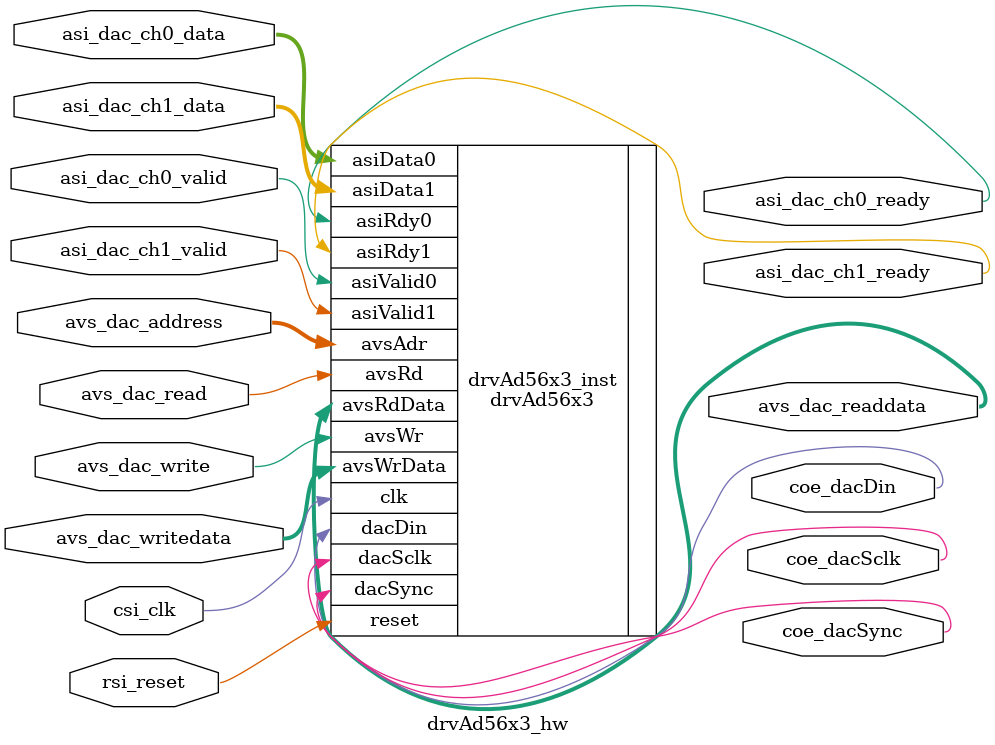
<source format=sv>
module drvAd56x3_hw
   #( parameter SIGN_A = "UNSIGNED",
                SIGN_B = "UNSIGNED",
                DATA_WIDTH = 14,    
                SCLK_DIVIDER = 2,   
                SYNC_DURATION = 5)    
    (input  logic                   csi_clk,
     input  logic                   rsi_reset,
     
     // avalon MM slave
     input  logic           [2 : 0] avs_dac_address,
     input  logic                   avs_dac_write,
     input  logic          [15 : 0] avs_dac_writedata,
     input  logic                   avs_dac_read,
     output logic          [15 : 0] avs_dac_readdata,
     
     // avalon ST sink - channel 0
     input logic                    asi_dac_ch0_valid,
     input logic [DATA_WIDTH-1 : 0] asi_dac_ch0_data,
     output logic                   asi_dac_ch0_ready,
     
     // avalon ST sink - channel 1
     input logic                    asi_dac_ch1_valid,
     input logic [DATA_WIDTH-1 : 0] asi_dac_ch1_data,
     output logic                   asi_dac_ch1_ready,
     
     // conduit to DAC
     output logic                   coe_dacSync,                                           
     output logic                   coe_dacSclk,              
     output logic                   coe_dacDin);
     
    drvAd56x3        
       #(.SIGN_A       (SIGN_A),          
         .SIGN_B       (SIGN_B),                
         .DATA_WIDTH   (DATA_WIDTH),                  
         .SCLK_DIVIDER (SCLK_DIVIDER), 
         .SYNC_DURATION(SYNC_DURATION))
    drvAd56x3_inst
         (.clk      (csi_clk          ),
          .reset    (rsi_reset        ),
          .avsAdr   (avs_dac_address  ),
          .avsWr    (avs_dac_write    ),
          .avsWrData(avs_dac_writedata),
          .avsRd    (avs_dac_read     ),
          .avsRdData(avs_dac_readdata ),          
          .asiValid0(asi_dac_ch0_valid),          
          .asiData0 (asi_dac_ch0_data ), 
          .asiRdy0  (asi_dac_ch0_ready),
          .asiValid1(asi_dac_ch1_valid),
          .asiData1 (asi_dac_ch1_data ),
          .asiRdy1  (asi_dac_ch1_ready),
          .dacSync  (coe_dacSync      ),
          .dacSclk  (coe_dacSclk      ),
          .dacDin   (coe_dacDin       ));    
         
endmodule
</source>
